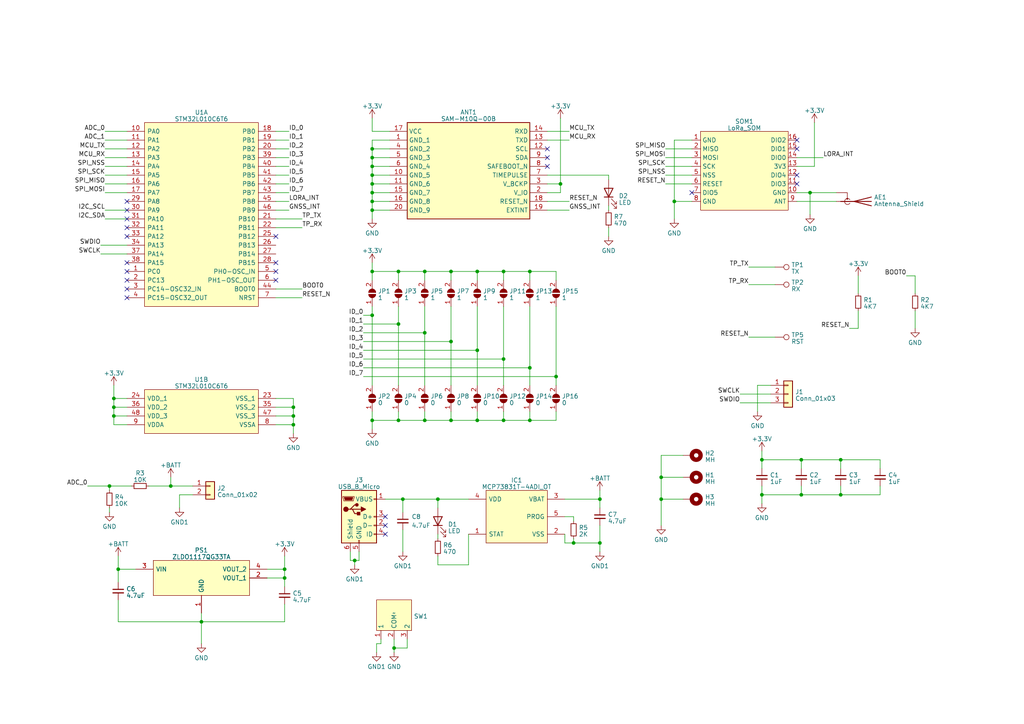
<source format=kicad_sch>
(kicad_sch (version 20230121) (generator eeschema)
  (paper "A4")
  (lib_symbols
    (symbol "Connector:TestPoint" (pin_numbers hide) (pin_names (offset 0.762) hide)
      (property "Reference" "TP" (at 0 6.858 0))
      (property "Value" "TestPoint" (at 0 5.08 0))
      (symbol "TestPoint_1_1"
        (pin passive line (at 0 0 90) (length 2.54) (name "1") (number "1"))
      )
    )
    (symbol "Connector:USB_B_Micro" (pin_names (offset 1.016))
      (property "Reference" "J" (at -5.08 11.43 0))
      (property "Value" "USB_B_Micro" (at -5.08 8.89 0))
      (symbol "USB_B_Micro_1_1"
        (pin power_out line (at 7.62 5.08 180) (length 2.54) (name "VBUS") (number "1"))
        (pin bidirectional line (at 7.62 -2.54 180) (length 2.54) (name "D-") (number "2"))
        (pin bidirectional line (at 7.62 0 180) (length 2.54) (name "D+") (number "3"))
        (pin passive line (at 7.62 -5.08 180) (length 2.54) (name "ID") (number "4"))
        (pin power_out line (at 0 -10.16 90) (length 2.54) (name "GND") (number "5"))
        (pin passive line (at -2.54 -10.16 90) (length 2.54) (name "Shield") (number "6"))
      )
    )
    (symbol "Connector_Generic:Conn_01x02" (pin_names (offset 1.016) hide)
      (property "Reference" "J" (at 0 2.54 0))
      (property "Value" "Conn_01x02" (at 0 -5.08 0))
      (symbol "Conn_01x02_1_1"
        (pin passive line (at -5.08 0 0) (length 3.81) (name "Pin_1") (number "1"))
        (pin passive line (at -5.08 -2.54 0) (length 3.81) (name "Pin_2") (number "2"))
      )
    )
    (symbol "Connector_Generic:Conn_01x03" (pin_names (offset 1.016) hide)
      (property "Reference" "J" (at 0 5.08 0))
      (property "Value" "Conn_01x03" (at 0 -5.08 0))
      (symbol "Conn_01x03_1_1"
        (pin passive line (at -5.08 2.54 0) (length 3.81) (name "Pin_1") (number "1"))
        (pin passive line (at -5.08 0 0) (length 3.81) (name "Pin_2") (number "2"))
        (pin passive line (at -5.08 -2.54 0) (length 3.81) (name "Pin_3") (number "3"))
      )
    )
    (symbol "Device:Antenna_Shield" (pin_numbers hide) (pin_names (offset 1.016) hide)
      (property "Reference" "AE" (at -1.905 4.445 0))
      (property "Value" "Antenna_Shield" (at -1.905 2.54 0))
      (symbol "Antenna_Shield_1_1"
        (pin input line (at 0 -5.08 90) (length 2.54) (name "A") (number "1"))
        (pin input line (at 2.54 -5.08 90) (length 2.54) (name "Shield") (number "2"))
      )
    )
    (symbol "Device:C_Small" (pin_numbers hide) (pin_names (offset 0.254) hide)
      (property "Reference" "C" (at 0.254 1.778 0))
      (property "Value" "C_Small" (at 0.254 -2.032 0))
      (symbol "C_Small_1_1"
        (pin passive line (at 0 2.54 270) (length 2.032) (name "~") (number "1"))
        (pin passive line (at 0 -2.54 90) (length 2.032) (name "~") (number "2"))
      )
    )
    (symbol "Device:LED" (pin_numbers hide) (pin_names (offset 1.016) hide)
      (property "Reference" "D" (at 0 2.54 0))
      (property "Value" "LED" (at 0 -2.54 0))
      (symbol "LED_1_1"
        (pin passive line (at -3.81 0 0) (length 2.54) (name "K") (number "1"))
        (pin passive line (at 3.81 0 180) (length 2.54) (name "A") (number "2"))
      )
    )
    (symbol "Device:R_Small" (pin_numbers hide) (pin_names (offset 0.254) hide)
      (property "Reference" "R" (at 0.762 0.508 0))
      (property "Value" "R_Small" (at 0.762 -1.016 0))
      (symbol "R_Small_1_1"
        (pin passive line (at 0 2.54 270) (length 0.762) (name "~") (number "1"))
        (pin passive line (at 0 -2.54 90) (length 0.762) (name "~") (number "2"))
      )
    )
    (symbol "Jumper:SolderJumper_2_Open" (pin_names (offset 0) hide)
      (property "Reference" "JP" (at 0 2.032 0))
      (property "Value" "SolderJumper_2_Open" (at 0 -2.54 0))
      (symbol "SolderJumper_2_Open_1_1"
        (pin passive line (at -3.81 0 0) (length 2.54) (name "A") (number "1"))
        (pin passive line (at 3.81 0 180) (length 2.54) (name "B") (number "2"))
      )
    )
    (symbol "Mechanical:MountingHole_Pad" (pin_numbers hide) (pin_names (offset 1.016) hide)
      (property "Reference" "H" (at 0 6.35 0))
      (property "Value" "MountingHole_Pad" (at 0 4.445 0))
      (symbol "MountingHole_Pad_1_1"
        (pin input line (at 0 -2.54 90) (length 2.54) (name "1") (number "1"))
      )
    )
    (symbol "library:LoRa_SOM"
      (property "Reference" "SOM" (at 0 3.81 0))
      (property "Value" "LoRa_SOM" (at 0 1.27 0))
      (symbol "LoRa_SOM_1_1"
        (pin passive line (at -15.24 -2.54 0) (length 2.54) (name "GND") (number "1"))
        (pin passive line (at 15.24 -17.78 180) (length 2.54) (name "GND") (number "10"))
        (pin passive line (at 15.24 -15.24 180) (length 2.54) (name "DIO3") (number "11"))
        (pin passive line (at 15.24 -12.7 180) (length 2.54) (name "DIO4") (number "12"))
        (pin passive line (at 15.24 -10.16 180) (length 2.54) (name "3V3") (number "13"))
        (pin passive line (at 15.24 -7.62 180) (length 2.54) (name "DIO0") (number "14"))
        (pin passive line (at 15.24 -5.08 180) (length 2.54) (name "DIO1") (number "15"))
        (pin passive line (at 15.24 -2.54 180) (length 2.54) (name "DIO2") (number "16"))
        (pin passive line (at -15.24 -5.08 0) (length 2.54) (name "MISO") (number "2"))
        (pin passive line (at -15.24 -7.62 0) (length 2.54) (name "MOSI") (number "3"))
        (pin passive line (at -15.24 -10.16 0) (length 2.54) (name "SCK") (number "4"))
        (pin passive line (at -15.24 -12.7 0) (length 2.54) (name "NSS") (number "5"))
        (pin passive line (at -15.24 -15.24 0) (length 2.54) (name "RESET") (number "6"))
        (pin passive line (at -15.24 -17.78 0) (length 2.54) (name "DIO5") (number "7"))
        (pin passive line (at -15.24 -20.32 0) (length 2.54) (name "GND") (number "8"))
        (pin passive line (at 15.24 -20.32 180) (length 2.54) (name "ANT") (number "9"))
      )
    )
    (symbol "library:MCP73831T-4ADI_OT" (pin_names (offset 0.762))
      (property "Reference" "IC" (at 24.13 7.62 0))
      (property "Value" "MCP73831T-4ADI_OT" (at 24.13 5.08 0))
      (symbol "MCP73831T-4ADI_OT_0_0"
        (pin passive line (at 0 -10.16 0) (length 5.08) (name "STAT") (number "1"))
        (pin passive line (at 27.94 -10.16 180) (length 5.08) (name "VSS") (number "2"))
        (pin passive line (at 27.94 0 180) (length 5.08) (name "VBAT") (number "3"))
        (pin passive line (at 0 0 0) (length 5.08) (name "VDD") (number "4"))
        (pin passive line (at 27.94 -5.08 180) (length 5.08) (name "PROG") (number "5"))
      )
    )
    (symbol "library:SAM-M10Q-00B"
      (property "Reference" "ANT" (at 0 11.43 0))
      (property "Value" "SAM-M10Q-00B" (at 0 8.89 0))
      (symbol "SAM-M10Q-00B_1_1"
        (pin passive line (at -22.86 -1.27 0) (length 5.08) (name "GND_1") (number "1"))
        (pin passive line (at -22.86 -11.43 0) (length 5.08) (name "GND_5") (number "10"))
        (pin passive line (at -22.86 -13.97 0) (length 5.08) (name "GND_6") (number "11"))
        (pin passive line (at 22.86 -3.81 180) (length 5.08) (name "SCL") (number "12"))
        (pin passive line (at 22.86 -1.27 180) (length 5.08) (name "TXD") (number "13"))
        (pin passive line (at 22.86 1.27 180) (length 5.08) (name "RXD") (number "14"))
        (pin passive line (at -22.86 -16.51 0) (length 5.08) (name "GND_7") (number "15"))
        (pin passive line (at -22.86 -19.05 0) (length 5.08) (name "GND_8") (number "16"))
        (pin passive line (at -22.86 1.27 0) (length 5.08) (name "VCC") (number "17"))
        (pin passive line (at 22.86 -19.05 180) (length 5.08) (name "RESET_N") (number "18"))
        (pin passive line (at 22.86 -21.59 180) (length 5.08) (name "EXTINT") (number "19"))
        (pin passive line (at 22.86 -16.51 180) (length 5.08) (name "V_IO") (number "2"))
        (pin passive line (at -22.86 -21.59 0) (length 5.08) (name "GND_9") (number "20"))
        (pin passive line (at 22.86 -13.97 180) (length 5.08) (name "V_BCKP") (number "3"))
        (pin passive line (at -22.86 -3.81 0) (length 5.08) (name "GND_2") (number "4"))
        (pin passive line (at -22.86 -6.35 0) (length 5.08) (name "GND_3") (number "5"))
        (pin passive line (at -22.86 -8.89 0) (length 5.08) (name "GND_4") (number "6"))
        (pin passive line (at 22.86 -11.43 180) (length 5.08) (name "TIMEPULSE") (number "7"))
        (pin passive line (at 22.86 -8.89 180) (length 5.08) (name "SAFEBOOT_N") (number "8"))
        (pin passive line (at 22.86 -6.35 180) (length 5.08) (name "SDA") (number "9"))
      )
    )
    (symbol "library:STM32L010C6T6" (pin_names (offset 0.762))
      (property "Reference" "U" (at -17.78 -1.27 0))
      (property "Value" "STM32L010C6T6" (at 15.24 -1.27 0))
      (symbol "STM32L010C6T6_1_0"
        (pin passive line (at -22.86 -45.72 0) (length 5.08) (name "PC0") (number "1"))
        (pin passive line (at -22.86 -5.08 0) (length 5.08) (name "PA0") (number "10"))
        (pin passive line (at -22.86 -7.62 0) (length 5.08) (name "PA1") (number "11"))
        (pin passive line (at -22.86 -10.16 0) (length 5.08) (name "PA2") (number "12"))
        (pin passive line (at -22.86 -12.7 0) (length 5.08) (name "PA3") (number "13"))
        (pin passive line (at -22.86 -15.24 0) (length 5.08) (name "PA4") (number "14"))
        (pin passive line (at -22.86 -17.78 0) (length 5.08) (name "PA5") (number "15"))
        (pin passive line (at -22.86 -20.32 0) (length 5.08) (name "PA6") (number "16"))
        (pin passive line (at -22.86 -22.86 0) (length 5.08) (name "PA7") (number "17"))
        (pin passive line (at 20.32 -5.08 180) (length 5.08) (name "PB0") (number "18"))
        (pin passive line (at 20.32 -7.62 180) (length 5.08) (name "PB1") (number "19"))
        (pin passive line (at -22.86 -48.26 0) (length 5.08) (name "PC13") (number "2"))
        (pin passive line (at 20.32 -10.16 180) (length 5.08) (name "PB2") (number "20"))
        (pin passive line (at 20.32 -30.48 180) (length 5.08) (name "PB10") (number "21"))
        (pin passive line (at 20.32 -33.02 180) (length 5.08) (name "PB11") (number "22"))
        (pin passive line (at 20.32 -35.56 180) (length 5.08) (name "PB12") (number "25"))
        (pin passive line (at 20.32 -38.1 180) (length 5.08) (name "PB13") (number "26"))
        (pin passive line (at 20.32 -40.64 180) (length 5.08) (name "PB14") (number "27"))
        (pin passive line (at 20.32 -43.18 180) (length 5.08) (name "PB15") (number "28"))
        (pin passive line (at -22.86 -25.4 0) (length 5.08) (name "PA8") (number "29"))
        (pin passive line (at -22.86 -50.8 0) (length 5.08) (name "PC14-OSC32_IN") (number "3"))
        (pin passive line (at -22.86 -27.94 0) (length 5.08) (name "PA9") (number "30"))
        (pin passive line (at -22.86 -30.48 0) (length 5.08) (name "PA10") (number "31"))
        (pin passive line (at -22.86 -33.02 0) (length 5.08) (name "PA11") (number "32"))
        (pin passive line (at -22.86 -35.56 0) (length 5.08) (name "PA12") (number "33"))
        (pin passive line (at -22.86 -38.1 0) (length 5.08) (name "PA13") (number "34"))
        (pin passive line (at -22.86 -40.64 0) (length 5.08) (name "PA14") (number "37"))
        (pin passive line (at -22.86 -43.18 0) (length 5.08) (name "PA15") (number "38"))
        (pin passive line (at 20.32 -12.7 180) (length 5.08) (name "PB3") (number "39"))
        (pin passive line (at -22.86 -53.34 0) (length 5.08) (name "PC15-OSC32_OUT") (number "4"))
        (pin passive line (at 20.32 -15.24 180) (length 5.08) (name "PB4") (number "40"))
        (pin passive line (at 20.32 -17.78 180) (length 5.08) (name "PB5") (number "41"))
        (pin passive line (at 20.32 -20.32 180) (length 5.08) (name "PB6") (number "42"))
        (pin passive line (at 20.32 -22.86 180) (length 5.08) (name "PB7") (number "43"))
        (pin passive line (at 20.32 -50.8 180) (length 5.08) (name "BOOT0") (number "44"))
        (pin passive line (at 20.32 -25.4 180) (length 5.08) (name "PB8") (number "45"))
        (pin passive line (at 20.32 -27.94 180) (length 5.08) (name "PB9") (number "46"))
        (pin passive line (at 20.32 -45.72 180) (length 5.08) (name "PH0-OSC_IN") (number "5"))
        (pin passive line (at 20.32 -48.26 180) (length 5.08) (name "PH1-OSC_OUT") (number "6"))
        (pin passive line (at 20.32 -53.34 180) (length 5.08) (name "NRST") (number "7"))
      )
      (symbol "STM32L010C6T6_2_0"
        (pin passive line (at 20.32 -5.08 180) (length 5.08) (name "VSS_1") (number "23"))
        (pin passive line (at -22.86 -5.08 0) (length 5.08) (name "VDD_1") (number "24"))
        (pin passive line (at 20.32 -7.62 180) (length 5.08) (name "VSS_2") (number "35"))
        (pin passive line (at -22.86 -7.62 0) (length 5.08) (name "VDD_2") (number "36"))
        (pin passive line (at 20.32 -10.16 180) (length 5.08) (name "VSS_3") (number "47"))
        (pin passive line (at -22.86 -10.16 0) (length 5.08) (name "VDD_3") (number "48"))
        (pin passive line (at 20.32 -12.7 180) (length 5.08) (name "VSSA") (number "8"))
        (pin passive line (at -22.86 -12.7 0) (length 5.08) (name "VDDA") (number "9"))
      )
    )
    (symbol "library:ZLDO1117QG33TA" (pin_names (offset 0.762))
      (property "Reference" "PS" (at 34.29 7.62 0))
      (property "Value" "ZLDO1117QG33TA" (at 34.29 5.08 0))
      (symbol "ZLDO1117QG33TA_0_0"
        (pin passive line (at 19.05 -12.7 90) (length 5.08) (name "GND") (number "1"))
        (pin passive line (at 38.1 -2.54 180) (length 5.08) (name "VOUT_1") (number "2"))
        (pin passive line (at 0 0 0) (length 5.08) (name "VIN") (number "3"))
        (pin passive line (at 38.1 0 180) (length 5.08) (name "VOUT_2") (number "4"))
      )
    )
    (symbol "library:switch"
      (property "Reference" "SW" (at 0 1.27 0))
      (symbol "switch_1_1"
        (pin input line (at -3.81 -11.43 90) (length 2.54) (name "1") (number "1"))
        (pin input line (at 0 -11.43 90) (length 2.54) (name "COM") (number "2"))
        (pin input line (at 3.81 -11.43 90) (length 2.54) (name "2") (number "3"))
      )
    )
    (symbol "power:+3.3V" (power) (pin_names (offset 0))
      (property "Value" "+3.3V" (at 0 3.556 0))
      (symbol "+3.3V_1_1"
        (pin power_in line (at 0 0 90) (length 0) hide (name "+3.3V") (number "1"))
      )
    )
    (symbol "power:+BATT" (power) (pin_names (offset 0))
      (property "Value" "+BATT" (at 0 3.556 0))
      (symbol "+BATT_1_1"
        (pin power_in line (at 0 0 90) (length 0) hide (name "+BATT") (number "1"))
      )
    )
    (symbol "power:GND" (power) (pin_names (offset 0))
      (property "Value" "GND" (at 0 -3.81 0))
      (symbol "GND_1_1"
        (pin power_in line (at 0 0 270) (length 0) hide (name "GND") (number "1"))
      )
    )
    (symbol "power:GND1" (power) (pin_names (offset 0))
      (property "Value" "GND1" (at 0 -3.81 0))
      (symbol "GND1_1_1"
        (pin power_in line (at 0 0 270) (length 0) hide (name "GND1") (number "1"))
      )
    )
  )
  (junction (at 130.81 99.06))
  (junction (at 130.81 78.74))
  (junction (at 107.95 91.44))
  (junction (at 58.42 180.34))
  (junction (at 173.99 144.78))
  (junction (at 123.19 96.52))
  (junction (at 107.95 48.26))
  (junction (at 82.55 165.1))
  (junction (at 33.02 120.65))
  (junction (at 82.55 167.64))
  (junction (at 31.75 140.97))
  (junction (at 107.95 53.34))
  (junction (at 138.43 121.92))
  (junction (at 107.95 121.92))
  (junction (at 243.84 143.51))
  (junction (at 130.81 121.92))
  (junction (at 153.67 78.74))
  (junction (at 232.41 143.51))
  (junction (at 107.95 50.8))
  (junction (at 195.58 58.42))
  (junction (at 153.67 106.68))
  (junction (at 173.99 157.48))
  (junction (at 107.95 43.18))
  (junction (at 220.98 143.51))
  (junction (at 243.84 133.35))
  (junction (at 146.05 104.14))
  (junction (at 161.29 109.22))
  (junction (at 85.09 123.19))
  (junction (at 191.77 144.78))
  (junction (at 114.3 187.96))
  (junction (at 115.57 78.74))
  (junction (at 34.29 165.1))
  (junction (at 191.77 138.43))
  (junction (at 107.95 60.96))
  (junction (at 232.41 133.35))
  (junction (at 162.56 53.34))
  (junction (at 220.98 133.35))
  (junction (at 107.95 78.74))
  (junction (at 85.09 120.65))
  (junction (at 123.19 78.74))
  (junction (at 107.95 55.88))
  (junction (at 146.05 78.74))
  (junction (at 138.43 78.74))
  (junction (at 107.95 58.42))
  (junction (at 115.57 121.92))
  (junction (at 234.95 55.88))
  (junction (at 153.67 121.92))
  (junction (at 146.05 121.92))
  (junction (at 115.57 93.98))
  (junction (at 107.95 45.72))
  (junction (at 127 144.78))
  (junction (at 49.53 140.97))
  (junction (at 102.87 162.56))
  (junction (at 123.19 121.92))
  (junction (at 166.37 157.48))
  (junction (at 33.02 115.57))
  (junction (at 138.43 101.6))
  (junction (at 116.84 144.78))
  (junction (at 33.02 118.11))
  (junction (at 85.09 118.11))
  (no_connect (at 36.83 86.36))
  (no_connect (at 36.83 63.5))
  (no_connect (at 36.83 78.74))
  (no_connect (at 231.14 53.34))
  (no_connect (at 111.76 152.4))
  (no_connect (at 158.75 45.72))
  (no_connect (at 111.76 154.94))
  (no_connect (at 231.14 43.18))
  (no_connect (at 36.83 83.82))
  (no_connect (at 111.76 149.86))
  (no_connect (at 36.83 66.04))
  (no_connect (at 158.75 48.26))
  (no_connect (at 36.83 81.28))
  (no_connect (at 158.75 43.18))
  (no_connect (at 231.14 40.64))
  (no_connect (at 231.14 50.8))
  (no_connect (at 80.01 78.74))
  (no_connect (at 36.83 58.42))
  (no_connect (at 80.01 76.2))
  (no_connect (at 36.83 76.2))
  (no_connect (at 80.01 68.58))
  (no_connect (at 80.01 81.28))
  (no_connect (at 200.66 55.88))
  (no_connect (at 36.83 60.96))
  (no_connect (at 36.83 68.58))
  (wire (pts (xy 105.41 91.44) (xy 107.95 91.44)))
  (wire (pts (xy 220.98 130.81) (xy 220.98 133.35)))
  (wire (pts (xy 34.29 173.99) (xy 34.29 180.34)))
  (wire (pts (xy 176.53 66.04) (xy 176.53 68.58)))
  (wire (pts (xy 214.63 114.3) (xy 223.52 114.3)))
  (wire (pts (xy 107.95 78.74) (xy 115.57 78.74)))
  (wire (pts (xy 30.48 38.1) (xy 36.83 38.1)))
  (wire (pts (xy 231.14 55.88) (xy 234.95 55.88)))
  (wire (pts (xy 58.42 180.34) (xy 82.55 180.34)))
  (wire (pts (xy 80.01 45.72) (xy 83.82 45.72)))
  (wire (pts (xy 80.01 55.88) (xy 83.82 55.88)))
  (wire (pts (xy 161.29 78.74) (xy 161.29 81.28)))
  (wire (pts (xy 38.1 140.97) (xy 31.75 140.97)))
  (wire (pts (xy 220.98 146.05) (xy 220.98 143.51)))
  (wire (pts (xy 49.53 140.97) (xy 55.88 140.97)))
  (wire (pts (xy 176.53 50.8) (xy 176.53 52.07)))
  (wire (pts (xy 162.56 55.88) (xy 158.75 55.88)))
  (wire (pts (xy 191.77 138.43) (xy 198.12 138.43)))
  (wire (pts (xy 173.99 144.78) (xy 163.83 144.78)))
  (wire (pts (xy 80.01 40.64) (xy 83.82 40.64)))
  (wire (pts (xy 236.22 35.56) (xy 236.22 48.26)))
  (wire (pts (xy 105.41 93.98) (xy 115.57 93.98)))
  (wire (pts (xy 58.42 177.8) (xy 58.42 180.34)))
  (wire (pts (xy 193.04 45.72) (xy 200.66 45.72)))
  (wire (pts (xy 33.02 115.57) (xy 36.83 115.57)))
  (wire (pts (xy 107.95 58.42) (xy 113.03 58.42)))
  (wire (pts (xy 107.95 91.44) (xy 107.95 111.76)))
  (wire (pts (xy 80.01 63.5) (xy 87.63 63.5)))
  (wire (pts (xy 77.47 167.64) (xy 82.55 167.64)))
  (wire (pts (xy 107.95 53.34) (xy 113.03 53.34)))
  (wire (pts (xy 243.84 140.97) (xy 243.84 143.51)))
  (wire (pts (xy 107.95 124.46) (xy 107.95 121.92)))
  (wire (pts (xy 158.75 53.34) (xy 162.56 53.34)))
  (wire (pts (xy 107.95 88.9) (xy 107.95 91.44)))
  (wire (pts (xy 193.04 43.18) (xy 200.66 43.18)))
  (wire (pts (xy 127 147.32) (xy 127 144.78)))
  (wire (pts (xy 107.95 55.88) (xy 107.95 58.42)))
  (wire (pts (xy 80.01 86.36) (xy 87.63 86.36)))
  (wire (pts (xy 30.48 43.18) (xy 36.83 43.18)))
  (wire (pts (xy 127 161.29) (xy 127 163.83)))
  (wire (pts (xy 36.83 123.19) (xy 33.02 123.19)))
  (wire (pts (xy 80.01 58.42) (xy 83.82 58.42)))
  (wire (pts (xy 243.84 133.35) (xy 255.27 133.35)))
  (wire (pts (xy 30.48 53.34) (xy 36.83 53.34)))
  (wire (pts (xy 30.48 45.72) (xy 36.83 45.72)))
  (wire (pts (xy 153.67 121.92) (xy 153.67 119.38)))
  (wire (pts (xy 163.83 157.48) (xy 163.83 154.94)))
  (wire (pts (xy 130.81 99.06) (xy 130.81 111.76)))
  (wire (pts (xy 173.99 160.02) (xy 173.99 157.48)))
  (wire (pts (xy 116.84 153.67) (xy 116.84 160.02)))
  (wire (pts (xy 105.41 99.06) (xy 130.81 99.06)))
  (wire (pts (xy 130.81 119.38) (xy 130.81 121.92)))
  (wire (pts (xy 107.95 48.26) (xy 107.95 50.8)))
  (wire (pts (xy 107.95 58.42) (xy 107.95 60.96)))
  (wire (pts (xy 123.19 121.92) (xy 115.57 121.92)))
  (wire (pts (xy 102.87 162.56) (xy 102.87 163.83)))
  (wire (pts (xy 36.83 118.11) (xy 33.02 118.11)))
  (wire (pts (xy 193.04 53.34) (xy 200.66 53.34)))
  (wire (pts (xy 232.41 133.35) (xy 243.84 133.35)))
  (wire (pts (xy 163.83 149.86) (xy 166.37 149.86)))
  (wire (pts (xy 115.57 121.92) (xy 115.57 119.38)))
  (wire (pts (xy 161.29 121.92) (xy 161.29 119.38)))
  (wire (pts (xy 80.01 48.26) (xy 83.82 48.26)))
  (wire (pts (xy 105.41 106.68) (xy 153.67 106.68)))
  (wire (pts (xy 193.04 50.8) (xy 200.66 50.8)))
  (wire (pts (xy 146.05 104.14) (xy 146.05 111.76)))
  (wire (pts (xy 107.95 43.18) (xy 107.95 45.72)))
  (wire (pts (xy 153.67 78.74) (xy 161.29 78.74)))
  (wire (pts (xy 158.75 60.96) (xy 165.1 60.96)))
  (wire (pts (xy 255.27 143.51) (xy 255.27 140.97)))
  (wire (pts (xy 33.02 123.19) (xy 33.02 120.65)))
  (wire (pts (xy 107.95 45.72) (xy 107.95 48.26)))
  (wire (pts (xy 115.57 93.98) (xy 115.57 111.76)))
  (wire (pts (xy 248.92 85.09) (xy 248.92 80.01)))
  (wire (pts (xy 193.04 48.26) (xy 200.66 48.26)))
  (wire (pts (xy 85.09 115.57) (xy 80.01 115.57)))
  (wire (pts (xy 176.53 59.69) (xy 176.53 60.96)))
  (wire (pts (xy 85.09 123.19) (xy 85.09 120.65)))
  (wire (pts (xy 30.48 50.8) (xy 36.83 50.8)))
  (wire (pts (xy 158.75 40.64) (xy 165.1 40.64)))
  (wire (pts (xy 82.55 167.64) (xy 82.55 170.18)))
  (wire (pts (xy 265.43 85.09) (xy 265.43 80.01)))
  (wire (pts (xy 52.07 147.32) (xy 52.07 143.51)))
  (wire (pts (xy 246.38 95.25) (xy 248.92 95.25)))
  (wire (pts (xy 127 144.78) (xy 135.89 144.78)))
  (wire (pts (xy 135.89 154.94) (xy 135.89 163.83)))
  (wire (pts (xy 146.05 104.14) (xy 146.05 88.9)))
  (wire (pts (xy 219.71 111.76) (xy 223.52 111.76)))
  (wire (pts (xy 109.22 186.69) (xy 110.49 186.69)))
  (wire (pts (xy 130.81 99.06) (xy 130.81 88.9)))
  (wire (pts (xy 36.83 120.65) (xy 33.02 120.65)))
  (wire (pts (xy 191.77 144.78) (xy 191.77 138.43)))
  (wire (pts (xy 138.43 101.6) (xy 138.43 111.76)))
  (wire (pts (xy 162.56 34.29) (xy 162.56 53.34)))
  (wire (pts (xy 111.76 144.78) (xy 116.84 144.78)))
  (wire (pts (xy 195.58 40.64) (xy 195.58 58.42)))
  (wire (pts (xy 36.83 63.5) (xy 30.48 63.5)))
  (wire (pts (xy 234.95 55.88) (xy 242.57 55.88)))
  (wire (pts (xy 153.67 121.92) (xy 161.29 121.92)))
  (wire (pts (xy 80.01 38.1) (xy 83.82 38.1)))
  (wire (pts (xy 243.84 143.51) (xy 255.27 143.51)))
  (wire (pts (xy 31.75 147.32) (xy 31.75 148.59)))
  (wire (pts (xy 158.75 38.1) (xy 165.1 38.1)))
  (wire (pts (xy 107.95 40.64) (xy 113.03 40.64)))
  (wire (pts (xy 161.29 109.22) (xy 161.29 111.76)))
  (wire (pts (xy 200.66 40.64) (xy 195.58 40.64)))
  (wire (pts (xy 101.6 160.02) (xy 101.6 162.56)))
  (wire (pts (xy 30.48 48.26) (xy 36.83 48.26)))
  (wire (pts (xy 166.37 157.48) (xy 163.83 157.48)))
  (wire (pts (xy 107.95 121.92) (xy 107.95 119.38)))
  (wire (pts (xy 219.71 111.76) (xy 219.71 119.38)))
  (wire (pts (xy 34.29 161.29) (xy 34.29 165.1)))
  (wire (pts (xy 231.14 58.42) (xy 242.57 58.42)))
  (wire (pts (xy 232.41 133.35) (xy 232.41 135.89)))
  (wire (pts (xy 255.27 133.35) (xy 255.27 135.89)))
  (wire (pts (xy 36.83 71.12) (xy 29.21 71.12)))
  (wire (pts (xy 107.95 40.64) (xy 107.95 43.18)))
  (wire (pts (xy 105.41 96.52) (xy 123.19 96.52)))
  (wire (pts (xy 80.01 50.8) (xy 83.82 50.8)))
  (wire (pts (xy 173.99 142.24) (xy 173.99 144.78)))
  (wire (pts (xy 109.22 186.69) (xy 109.22 189.23)))
  (wire (pts (xy 107.95 50.8) (xy 113.03 50.8)))
  (wire (pts (xy 123.19 121.92) (xy 130.81 121.92)))
  (wire (pts (xy 107.95 78.74) (xy 107.95 81.28)))
  (wire (pts (xy 107.95 34.29) (xy 107.95 38.1)))
  (wire (pts (xy 224.79 77.47) (xy 217.17 77.47)))
  (wire (pts (xy 110.49 186.69) (xy 110.49 185.42)))
  (wire (pts (xy 127 144.78) (xy 116.84 144.78)))
  (wire (pts (xy 107.95 55.88) (xy 113.03 55.88)))
  (wire (pts (xy 123.19 78.74) (xy 115.57 78.74)))
  (wire (pts (xy 30.48 40.64) (xy 36.83 40.64)))
  (wire (pts (xy 127 163.83) (xy 135.89 163.83)))
  (wire (pts (xy 123.19 96.52) (xy 123.19 111.76)))
  (wire (pts (xy 191.77 138.43) (xy 191.77 132.08)))
  (wire (pts (xy 105.41 104.14) (xy 146.05 104.14)))
  (wire (pts (xy 146.05 78.74) (xy 153.67 78.74)))
  (wire (pts (xy 107.95 43.18) (xy 113.03 43.18)))
  (wire (pts (xy 80.01 118.11) (xy 85.09 118.11)))
  (wire (pts (xy 34.29 165.1) (xy 34.29 168.91)))
  (wire (pts (xy 107.95 48.26) (xy 113.03 48.26)))
  (wire (pts (xy 130.81 121.92) (xy 138.43 121.92)))
  (wire (pts (xy 104.14 162.56) (xy 104.14 160.02)))
  (wire (pts (xy 220.98 133.35) (xy 232.41 133.35)))
  (wire (pts (xy 33.02 120.65) (xy 33.02 118.11)))
  (wire (pts (xy 25.4 140.97) (xy 31.75 140.97)))
  (wire (pts (xy 217.17 97.79) (xy 224.79 97.79)))
  (wire (pts (xy 146.05 121.92) (xy 153.67 121.92)))
  (wire (pts (xy 118.11 187.96) (xy 118.11 185.42)))
  (wire (pts (xy 80.01 43.18) (xy 83.82 43.18)))
  (wire (pts (xy 107.95 60.96) (xy 107.95 63.5)))
  (wire (pts (xy 107.95 45.72) (xy 113.03 45.72)))
  (wire (pts (xy 102.87 162.56) (xy 104.14 162.56)))
  (wire (pts (xy 115.57 93.98) (xy 115.57 88.9)))
  (wire (pts (xy 130.81 81.28) (xy 130.81 78.74)))
  (wire (pts (xy 153.67 88.9) (xy 153.67 106.68)))
  (wire (pts (xy 107.95 60.96) (xy 113.03 60.96)))
  (wire (pts (xy 80.01 83.82) (xy 87.63 83.82)))
  (wire (pts (xy 34.29 165.1) (xy 39.37 165.1)))
  (wire (pts (xy 146.05 121.92) (xy 146.05 119.38)))
  (wire (pts (xy 153.67 106.68) (xy 153.67 111.76)))
  (wire (pts (xy 58.42 180.34) (xy 58.42 186.69)))
  (wire (pts (xy 234.95 55.88) (xy 234.95 62.23)))
  (wire (pts (xy 262.89 80.01) (xy 265.43 80.01)))
  (wire (pts (xy 138.43 101.6) (xy 138.43 88.9)))
  (wire (pts (xy 161.29 109.22) (xy 161.29 88.9)))
  (wire (pts (xy 114.3 187.96) (xy 118.11 187.96)))
  (wire (pts (xy 36.83 60.96) (xy 30.48 60.96)))
  (wire (pts (xy 173.99 147.32) (xy 173.99 144.78)))
  (wire (pts (xy 220.98 140.97) (xy 220.98 143.51)))
  (wire (pts (xy 173.99 157.48) (xy 166.37 157.48)))
  (wire (pts (xy 191.77 144.78) (xy 191.77 152.4)))
  (wire (pts (xy 80.01 53.34) (xy 83.82 53.34)))
  (wire (pts (xy 158.75 50.8) (xy 176.53 50.8)))
  (wire (pts (xy 107.95 50.8) (xy 107.95 53.34)))
  (wire (pts (xy 52.07 143.51) (xy 55.88 143.51)))
  (wire (pts (xy 127 154.94) (xy 127 156.21)))
  (wire (pts (xy 162.56 53.34) (xy 162.56 55.88)))
  (wire (pts (xy 36.83 73.66) (xy 29.21 73.66)))
  (wire (pts (xy 166.37 157.48) (xy 166.37 156.21)))
  (wire (pts (xy 166.37 149.86) (xy 166.37 151.13)))
  (wire (pts (xy 265.43 95.25) (xy 265.43 90.17)))
  (wire (pts (xy 123.19 88.9) (xy 123.19 96.52)))
  (wire (pts (xy 220.98 133.35) (xy 220.98 135.89)))
  (wire (pts (xy 82.55 167.64) (xy 82.55 165.1)))
  (wire (pts (xy 105.41 109.22) (xy 161.29 109.22)))
  (wire (pts (xy 85.09 125.73) (xy 85.09 123.19)))
  (wire (pts (xy 107.95 53.34) (xy 107.95 55.88)))
  (wire (pts (xy 138.43 121.92) (xy 138.43 119.38)))
  (wire (pts (xy 82.55 165.1) (xy 77.47 165.1)))
  (wire (pts (xy 107.95 38.1) (xy 113.03 38.1)))
  (wire (pts (xy 107.95 121.92) (xy 115.57 121.92)))
  (wire (pts (xy 138.43 121.92) (xy 146.05 121.92)))
  (wire (pts (xy 107.95 76.2) (xy 107.95 78.74)))
  (wire (pts (xy 195.58 58.42) (xy 200.66 58.42)))
  (wire (pts (xy 232.41 140.97) (xy 232.41 143.51)))
  (wire (pts (xy 191.77 144.78) (xy 198.12 144.78)))
  (wire (pts (xy 130.81 78.74) (xy 138.43 78.74)))
  (wire (pts (xy 80.01 60.96) (xy 83.82 60.96)))
  (wire (pts (xy 34.29 180.34) (xy 58.42 180.34)))
  (wire (pts (xy 80.01 66.04) (xy 87.63 66.04)))
  (wire (pts (xy 85.09 118.11) (xy 85.09 115.57)))
  (wire (pts (xy 82.55 175.26) (xy 82.55 180.34)))
  (wire (pts (xy 82.55 161.29) (xy 82.55 165.1)))
  (wire (pts (xy 123.19 119.38) (xy 123.19 121.92)))
  (wire (pts (xy 116.84 144.78) (xy 116.84 148.59)))
  (wire (pts (xy 146.05 78.74) (xy 146.05 81.28)))
  (wire (pts (xy 114.3 187.96) (xy 114.3 189.23)))
  (wire (pts (xy 224.79 82.55) (xy 217.17 82.55)))
  (wire (pts (xy 173.99 152.4) (xy 173.99 157.48)))
  (wire (pts (xy 80.01 120.65) (xy 85.09 120.65)))
  (wire (pts (xy 33.02 111.76) (xy 33.02 115.57)))
  (wire (pts (xy 33.02 118.11) (xy 33.02 115.57)))
  (wire (pts (xy 105.41 101.6) (xy 138.43 101.6)))
  (wire (pts (xy 195.58 63.5) (xy 195.58 58.42)))
  (wire (pts (xy 80.01 123.19) (xy 85.09 123.19)))
  (wire (pts (xy 191.77 132.08) (xy 198.12 132.08)))
  (wire (pts (xy 236.22 48.26) (xy 231.14 48.26)))
  (wire (pts (xy 231.14 45.72) (xy 238.76 45.72)))
  (wire (pts (xy 123.19 81.28) (xy 123.19 78.74)))
  (wire (pts (xy 43.18 140.97) (xy 49.53 140.97)))
  (wire (pts (xy 138.43 78.74) (xy 138.43 81.28)))
  (wire (pts (xy 123.19 78.74) (xy 130.81 78.74)))
  (wire (pts (xy 232.41 143.51) (xy 243.84 143.51)))
  (wire (pts (xy 214.63 116.84) (xy 223.52 116.84)))
  (wire (pts (xy 114.3 185.42) (xy 114.3 187.96)))
  (wire (pts (xy 248.92 95.25) (xy 248.92 90.17)))
  (wire (pts (xy 101.6 162.56) (xy 102.87 162.56)))
  (wire (pts (xy 30.48 55.88) (xy 36.83 55.88)))
  (wire (pts (xy 220.98 143.51) (xy 232.41 143.51)))
  (wire (pts (xy 138.43 78.74) (xy 146.05 78.74)))
  (wire (pts (xy 158.75 58.42) (xy 165.1 58.42)))
  (wire (pts (xy 49.53 138.43) (xy 49.53 140.97)))
  (wire (pts (xy 153.67 78.74) (xy 153.67 81.28)))
  (wire (pts (xy 115.57 78.74) (xy 115.57 81.28)))
  (wire (pts (xy 31.75 140.97) (xy 31.75 142.24)))
  (wire (pts (xy 243.84 133.35) (xy 243.84 135.89)))
  (wire (pts (xy 85.09 120.65) (xy 85.09 118.11)))
  (label "ADC_1" (at 30.48 40.64 180))
  (label "ID_5" (at 83.82 50.8 0))
  (label "MCU_RX" (at 30.48 45.72 180))
  (label "ID_6" (at 83.82 53.34 0))
  (label "ID_4" (at 105.41 101.6 180))
  (label "SWCLK" (at 214.63 114.3 180))
  (label "SPI_SCK" (at 30.48 50.8 180))
  (label "MCU_TX" (at 165.1 38.1 0))
  (label "TP_TX" (at 217.17 77.47 180))
  (label "RESET_N" (at 193.04 53.34 180))
  (label "ID_3" (at 83.82 45.72 0))
  (label "SPI_MISO" (at 193.04 43.18 180))
  (label "ID_3" (at 105.41 99.06 180))
  (label "SPI_SCK" (at 193.04 48.26 180))
  (label "BOOT0" (at 87.63 83.82 0))
  (label "TP_RX" (at 87.63 66.04 0))
  (label "SPI_NSS" (at 193.04 50.8 180))
  (label "RESET_N" (at 217.17 97.79 180))
  (label "SPI_MISO" (at 30.48 53.34 180))
  (label "GNSS_INT" (at 165.1 60.96 0))
  (label "SPI_MOSI" (at 30.48 55.88 180))
  (label "SWDIO" (at 214.63 116.84 180))
  (label "SPI_MOSI" (at 193.04 45.72 180))
  (label "LORA_INT" (at 83.82 58.42 0))
  (label "SPI_NSS" (at 30.48 48.26 180))
  (label "MCU_RX" (at 165.1 40.64 0))
  (label "ID_2" (at 105.41 96.52 180))
  (label "RESET_N" (at 87.63 86.36 0))
  (label "ID_7" (at 105.41 109.22 180))
  (label "RESET_N" (at 165.1 58.42 0))
  (label "LORA_INT" (at 238.76 45.72 0))
  (label "ID_5" (at 105.41 104.14 180))
  (label "I2C_SCL" (at 30.48 60.96 180))
  (label "ID_1" (at 83.82 40.64 0))
  (label "ADC_0" (at 25.4 140.97 180))
  (label "ADC_0" (at 30.48 38.1 180))
  (label "ID_4" (at 83.82 48.26 0))
  (label "ID_1" (at 105.41 93.98 180))
  (label "RESET_N" (at 246.38 95.25 180))
  (label "ID_0" (at 83.82 38.1 0))
  (label "ID_0" (at 105.41 91.44 180))
  (label "SWDIO" (at 29.21 71.12 180))
  (label "TP_RX" (at 217.17 82.55 180))
  (label "ID_6" (at 105.41 106.68 180))
  (label "BOOT0" (at 262.89 80.01 180))
  (label "GNSS_INT" (at 83.82 60.96 0))
  (label "SWCLK" (at 29.21 73.66 180))
  (label "ID_7" (at 83.82 55.88 0))
  (label "MCU_TX" (at 30.48 43.18 180))
  (label "TP_TX" (at 87.63 63.5 0))
  (label "ID_2" (at 83.82 43.18 0))
  (label "I2C_SDA" (at 30.48 63.5 180))
  (symbol (lib_id "Device:C_Small") (at 116.84 151.13 0) (unit 1)
    (property "Reference" "C8" (at 119.38 149.86 0) (effects (justify left)))
    (property "Value" "4.7uF" (at 119.38 152.4 0) (effects (justify left)))
    (property "Footprint" "Capacitor_SMD:C_1206_3216Metric" (effects hide))
  )
  (symbol (lib_id "power:+3.3V") (at 33.02 111.76 0) (unit 1)
    (property "Reference" "#PWR04" (effects hide))
    (property "Value" "+3.3V" (at 33.02 108.2581 0))
  )
  (symbol (lib_id "Jumper:SolderJumper_2_Open") (at 146.05 115.57 90) (unit 1)
    (property "Reference" "JP12" (at 147.701 114.9263 90) (effects (justify right)))
    (property "Value" "0" (at 147.701 116.8473 90) (effects (justify right)))
    (property "Footprint" "Resistor_SMD:R_0603_1608Metric" (effects hide))
  )
  (symbol (lib_id "Device:C_Small") (at 82.55 172.72 0) (unit 1)
    (property "Reference" "C5" (at 84.8741 172.0826 0) (effects (justify left)))
    (property "Value" "4.7uF" (at 84.8741 174.0036 0) (effects (justify left)))
    (property "Footprint" "Capacitor_SMD:C_1206_3216Metric" (effects hide))
  )
  (symbol (lib_id "power:+3.3V") (at 248.92 80.01 0) (unit 1)
    (property "Reference" "#PWR012" (effects hide))
    (property "Value" "+3.3V" (at 248.92 76.5081 0))
  )
  (symbol (lib_id "Connector_Generic:Conn_01x02") (at 60.96 140.97 0) (unit 1)
    (property "Reference" "J2" (at 62.992 141.5963 0) (effects (justify left)))
    (property "Value" "Conn_01x02" (at 62.992 143.5173 0) (effects (justify left)))
    (property "Footprint" "Library:battery_solder" (effects hide))
  )
  (symbol (lib_id "Connector:TestPoint") (at 224.79 82.55 270) (unit 1)
    (property "Reference" "TP2" (at 229.489 81.9063 90) (effects (justify left)))
    (property "Value" "RX" (at 229.489 83.8273 90) (effects (justify left)))
    (property "Footprint" "TestPoint:TestPoint_Pad_D1.0mm" (effects hide))
  )
  (symbol (lib_id "power:+3.3V") (at 107.95 34.29 0) (unit 1)
    (property "Reference" "#PWR09" (effects hide))
    (property "Value" "+3.3V" (at 107.95 30.7881 0))
  )
  (symbol (lib_id "Jumper:SolderJumper_2_Open") (at 138.43 115.57 90) (unit 1)
    (property "Reference" "JP10" (at 140.081 114.9263 90) (effects (justify right)))
    (property "Value" "0" (at 140.081 116.8473 90) (effects (justify right)))
    (property "Footprint" "Resistor_SMD:R_0603_1608Metric" (effects hide))
  )
  (symbol (lib_id "library:SAM-M10Q-00B") (at 135.89 39.37 0) (unit 1)
    (property "Reference" "ANT1" (at 135.89 32.5501 0))
    (property "Value" "SAM-M10Q-00B" (at 135.89 34.4711 0))
    (property "Footprint" "Library:SAMM10Q00B" (effects hide))
    (property "Datasheet" "https://content.u-blox.com/sites/default/files/documents/SAM-M10Q_DataSheet_UBX-22013293.pdf" (effects hide))
    (property "Height" "6.8" (effects hide))
    (property "Manufacturer_Name" "U-Blox" (effects hide))
    (property "Manufacturer_Part_Number" "SAM-M10Q-00B" (effects hide))
    (property "Mouser Part Number" "377-SAM-M10Q-00B" (effects hide))
    (property "Mouser Price/Stock" "https://www.mouser.co.uk/ProductDetail/u-blox/SAM-M10Q-00B?qs=vvQtp7zwQdOaA6LplTUKjg%3D%3D" (effects hide))
  )
  (symbol (lib_id "power:+3.3V") (at 162.56 34.29 0) (unit 1)
    (property "Reference" "#PWR010" (effects hide))
    (property "Value" "+3.3V" (at 162.56 30.7881 0))
  )
  (symbol (lib_id "power:GND") (at 31.75 148.59 0) (unit 1)
    (property "Reference" "#PWR025" (effects hide))
    (property "Value" "GND" (at 31.75 152.7255 0))
  )
  (symbol (lib_id "power:GND") (at 195.58 63.5 0) (unit 1)
    (property "Reference" "#PWR07" (effects hide))
    (property "Value" "GND" (at 195.58 67.6355 0))
  )
  (symbol (lib_id "power:+3.3V") (at 236.22 35.56 0) (unit 1)
    (property "Reference" "#PWR08" (effects hide))
    (property "Value" "+3.3V" (at 236.22 32.0581 0))
  )
  (symbol (lib_id "Mechanical:MountingHole_Pad") (at 200.66 144.78 270) (unit 1)
    (property "Reference" "H3" (at 204.47 144.1363 90) (effects (justify left)))
    (property "Value" "MH" (at 204.47 146.0573 90) (effects (justify left)))
    (property "Footprint" "MountingHole:MountingHole_2.7mm_M2.5_DIN965_Pad_TopBottom" (effects hide))
  )
  (symbol (lib_id "power:GND") (at 58.42 186.69 0) (unit 1)
    (property "Reference" "#PWR02" (effects hide))
    (property "Value" "GND" (at 58.42 190.8255 0))
  )
  (symbol (lib_id "Jumper:SolderJumper_2_Open") (at 115.57 85.09 90) (unit 1)
    (property "Reference" "JP3" (at 117.221 84.4463 90) (effects (justify right)))
    (property "Value" "1" (at 117.221 86.3673 90) (effects (justify right)))
    (property "Footprint" "Resistor_SMD:R_0603_1608Metric" (effects hide))
  )
  (symbol (lib_id "Jumper:SolderJumper_2_Open") (at 153.67 115.57 90) (unit 1)
    (property "Reference" "JP14" (at 155.321 114.9263 90) (effects (justify right)))
    (property "Value" "0" (at 155.321 116.8473 90) (effects (justify right)))
    (property "Footprint" "Resistor_SMD:R_0603_1608Metric" (effects hide))
  )
  (symbol (lib_id "power:GND1") (at 52.07 147.32 0) (unit 1)
    (property "Reference" "#PWR028" (effects hide))
    (property "Value" "GND1" (at 52.07 151.4555 0))
  )
  (symbol (lib_id "Jumper:SolderJumper_2_Open") (at 123.19 85.09 90) (unit 1)
    (property "Reference" "JP5" (at 124.841 84.4463 90) (effects (justify right)))
    (property "Value" "1" (at 124.841 86.3673 90) (effects (justify right)))
    (property "Footprint" "Resistor_SMD:R_0603_1608Metric" (effects hide))
  )
  (symbol (lib_id "power:GND") (at 114.3 189.23 0) (unit 1)
    (property "Reference" "#PWR027" (effects hide))
    (property "Value" "GND" (at 114.3 193.3655 0))
  )
  (symbol (lib_id "power:GND") (at 265.43 95.25 0) (unit 1)
    (property "Reference" "#PWR021" (effects hide))
    (property "Value" "GND" (at 265.43 99.3855 0))
  )
  (symbol (lib_id "power:+3.3V") (at 107.95 76.2 0) (unit 1)
    (property "Reference" "#PWR019" (effects hide))
    (property "Value" "+3.3V" (at 107.95 72.6981 0))
  )
  (symbol (lib_id "Jumper:SolderJumper_2_Open") (at 115.57 115.57 90) (unit 1)
    (property "Reference" "JP4" (at 117.221 114.9263 90) (effects (justify right)))
    (property "Value" "0" (at 117.221 116.8473 90) (effects (justify right)))
    (property "Footprint" "Resistor_SMD:R_0603_1608Metric" (effects hide))
  )
  (symbol (lib_id "Device:C_Small") (at 173.99 149.86 0) (unit 1)
    (property "Reference" "C7" (at 176.3141 149.2226 0) (effects (justify left)))
    (property "Value" "4.7uF" (at 176.3141 151.1436 0) (effects (justify left)))
    (property "Footprint" "Capacitor_SMD:C_1206_3216Metric" (effects hide))
  )
  (symbol (lib_id "Jumper:SolderJumper_2_Open") (at 153.67 85.09 90) (unit 1)
    (property "Reference" "JP13" (at 155.321 84.4463 90) (effects (justify right)))
    (property "Value" "1" (at 155.321 86.3673 90) (effects (justify right)))
    (property "Footprint" "Resistor_SMD:R_0603_1608Metric" (effects hide))
  )
  (symbol (lib_id "Device:C_Small") (at 243.84 138.43 0) (unit 1)
    (property "Reference" "C3" (at 246.1641 137.7926 0) (effects (justify left)))
    (property "Value" "1uF" (at 246.1641 139.7136 0) (effects (justify left)))
    (property "Footprint" "Capacitor_SMD:C_0603_1608Metric" (effects hide))
  )
  (symbol (lib_id "Jumper:SolderJumper_2_Open") (at 161.29 85.09 90) (unit 1)
    (property "Reference" "JP15" (at 162.941 84.4463 90) (effects (justify right)))
    (property "Value" "1" (at 162.941 86.3673 90) (effects (justify right)))
    (property "Footprint" "Resistor_SMD:R_0603_1608Metric" (effects hide))
  )
  (symbol (lib_id "Jumper:SolderJumper_2_Open") (at 130.81 115.57 90) (unit 1)
    (property "Reference" "JP8" (at 132.461 114.9263 90) (effects (justify right)))
    (property "Value" "0" (at 132.461 116.8473 90) (effects (justify right)))
    (property "Footprint" "Resistor_SMD:R_0603_1608Metric" (effects hide))
  )
  (symbol (lib_id "Device:R_Small") (at 265.43 87.63 180) (unit 1)
    (property "Reference" "R2" (at 266.9286 86.9863 0) (effects (justify right)))
    (property "Value" "4K7" (at 266.9286 88.9073 0) (effects (justify right)))
    (property "Footprint" "Resistor_SMD:R_0603_1608Metric" (effects hide))
  )
  (symbol (lib_id "Mechanical:MountingHole_Pad") (at 200.66 138.43 270) (unit 1)
    (property "Reference" "H1" (at 204.47 137.7863 90) (effects (justify left)))
    (property "Value" "MH" (at 204.47 139.7073 90) (effects (justify left)))
    (property "Footprint" "MountingHole:MountingHole_2.7mm_M2.5_DIN965_Pad_TopBottom" (effects hide))
  )
  (symbol (lib_id "power:GND") (at 107.95 124.46 0) (unit 1)
    (property "Reference" "#PWR020" (effects hide))
    (property "Value" "GND" (at 107.95 128.5955 0))
  )
  (symbol (lib_id "power:+BATT") (at 49.53 138.43 0) (unit 1)
    (property "Reference" "#PWR014" (effects hide))
    (property "Value" "+BATT" (at 49.53 134.9281 0))
  )
  (symbol (lib_id "Jumper:SolderJumper_2_Open") (at 138.43 85.09 90) (unit 1)
    (property "Reference" "JP9" (at 140.081 84.4463 90) (effects (justify right)))
    (property "Value" "1" (at 140.081 86.3673 90) (effects (justify right)))
    (property "Footprint" "Resistor_SMD:R_0603_1608Metric" (effects hide))
  )
  (symbol (lib_id "Device:C_Small") (at 232.41 138.43 0) (unit 1)
    (property "Reference" "C2" (at 234.7341 137.7926 0) (effects (justify left)))
    (property "Value" "1uF" (at 234.7341 139.7136 0) (effects (justify left)))
    (property "Footprint" "Capacitor_SMD:C_0603_1608Metric" (effects hide))
  )
  (symbol (lib_id "library:STM32L010C6T6") (at 59.69 110.49 0) (unit 2)
    (property "Reference" "U1" (at 58.42 110.0709 0))
    (property "Value" "STM32L010C6T6" (at 58.42 111.9919 0))
    (property "Footprint" "Library:QFP50P900X900X160-48N" (effects hide))
    (property "Datasheet" "https://www.st.com/resource/en/datasheet/stm32l010c6.pdf" (effects hide))
    (property "Description" "STMICROELECTRONICS - STM32L010C6T6 - MCU, 32BIT, 32MHZ, LQFP-48" (effects hide))
    (property "Height" "1.6" (effects hide))
    (property "Manufacturer_Name" "STMicroelectronics" (effects hide))
    (property "Manufacturer_Part_Number" "STM32L010C6T6" (effects hide))
    (property "Mouser Part Number" "511-STM32L010C6T6" (effects hide))
    (property "Mouser Price/Stock" "https://www.mouser.co.uk/ProductDetail/STMicroelectronics/STM32L010C6T6?qs=PqoDHHvF64%252BjzYXjrKoinA%3D%3D" (effects hide))
    (property "Arrow Part Number" "STM32L010C6T6" (effects hide))
    (property "Arrow Price/Stock" "https://www.arrow.com/en/products/stm32l010c6t6/stmicroelectronics?region=nac" (effects hide))
  )
  (symbol (lib_id "Device:C_Small") (at 220.98 138.43 0) (unit 1)
    (property "Reference" "C1" (at 223.3041 137.7926 0) (effects (justify left)))
    (property "Value" "1uF" (at 223.3041 139.7136 0) (effects (justify left)))
    (property "Footprint" "Capacitor_SMD:C_0603_1608Metric" (effects hide))
  )
  (symbol (lib_id "library:ZLDO1117QG33TA") (at 39.37 165.1 0) (unit 1)
    (property "Reference" "PS1" (at 58.42 159.6009 0))
    (property "Value" "ZLDO1117QG33TA" (at 58.42 161.5219 0))
    (property "Footprint" "Library:SOT230P700X180-4N" (effects hide))
    (property "Datasheet" "https://datasheet.datasheetarchive.com/originals/distributors/DKDS-30/580022.pdf" (effects hide))
    (property "Description" "LDO Voltage Regulators 1A Low Dropout 1.2V Adj or Fixed" (effects hide))
    (property "Height" "1.8" (effects hide))
    (property "Manufacturer_Name" "Diodes Inc." (effects hide))
    (property "Manufacturer_Part_Number" "ZLDO1117QG33TA" (effects hide))
    (property "Mouser Part Number" "621-ZLDO1117QG33TA" (effects hide))
    (property "Mouser Price/Stock" "https://www.mouser.co.uk/ProductDetail/Diodes-Incorporated/ZLDO1117QG33TA?qs=AsTZqt%2FmeqkYux4yhEuliw%3D%3D" (effects hide))
    (property "Arrow Part Number" "ZLDO1117QG33TA" (effects hide))
    (property "Arrow Price/Stock" "https://www.arrow.com/en/products/zldo1117qg33ta/diodes-incorporated?region=nac" (effects hide))
  )
  (symbol (lib_id "Device:C_Small") (at 255.27 138.43 0) (unit 1)
    (property "Reference" "C4" (at 257.5941 137.7926 0) (effects (justify left)))
    (property "Value" "1uF" (at 257.5941 139.7136 0) (effects (justify left)))
    (property "Footprint" "Capacitor_SMD:C_0603_1608Metric" (effects hide))
  )
  (symbol (lib_id "Connector:TestPoint") (at 224.79 97.79 270) (unit 1)
    (property "Reference" "TP5" (at 229.489 97.1463 90) (effects (justify left)))
    (property "Value" "RST" (at 229.489 99.0673 90) (effects (justify left)))
    (property "Footprint" "TestPoint:TestPoint_Pad_D1.0mm" (effects hide))
  )
  (symbol (lib_id "power:+3.3V") (at 82.55 161.29 0) (unit 1)
    (property "Reference" "#PWR01" (effects hide))
    (property "Value" "+3.3V" (at 82.55 157.7881 0))
  )
  (symbol (lib_id "power:+BATT") (at 34.29 161.29 0) (unit 1)
    (property "Reference" "#PWR03" (effects hide))
    (property "Value" "+BATT" (at 34.29 157.7881 0))
  )
  (symbol (lib_id "Jumper:SolderJumper_2_Open") (at 146.05 85.09 90) (unit 1)
    (property "Reference" "JP11" (at 147.701 84.4463 90) (effects (justify right)))
    (property "Value" "1" (at 147.701 86.3673 90) (effects (justify right)))
    (property "Footprint" "Resistor_SMD:R_0603_1608Metric" (effects hide))
  )
  (symbol (lib_id "Connector_Generic:Conn_01x03") (at 228.6 114.3 0) (unit 1)
    (property "Reference" "J1" (at 230.632 113.6563 0) (effects (justify left)))
    (property "Value" "Conn_01x03" (at 230.632 115.5773 0) (effects (justify left)))
    (property "Footprint" "Connector_PinHeader_2.54mm:PinHeader_1x03_P2.54mm_Vertical" (effects hide))
  )
  (symbol (lib_id "power:GND") (at 234.95 62.23 0) (unit 1)
    (property "Reference" "#PWR013" (effects hide))
    (property "Value" "GND" (at 234.95 66.3655 0))
  )
  (symbol (lib_id "power:GND") (at 107.95 63.5 0) (unit 1)
    (property "Reference" "#PWR06" (effects hide))
    (property "Value" "GND" (at 107.95 67.6355 0))
  )
  (symbol (lib_id "power:GND1") (at 116.84 160.02 0) (unit 1)
    (property "Reference" "#PWR023" (effects hide))
    (property "Value" "GND1" (at 116.84 164.1555 0))
  )
  (symbol (lib_id "Connector:USB_B_Micro") (at 104.14 149.86 0) (unit 1)
    (property "Reference" "J3" (at 104.14 139.2301 0))
    (property "Value" "USB_B_Micro" (at 104.14 141.1511 0))
    (property "Footprint" "Connector_USB:USB_Micro-B_Molex_47346-0001" (effects hide))
  )
  (symbol (lib_id "Jumper:SolderJumper_2_Open") (at 123.19 115.57 90) (unit 1)
    (property "Reference" "JP6" (at 124.841 114.9263 90) (effects (justify right)))
    (property "Value" "0" (at 124.841 116.8473 90) (effects (justify right)))
    (property "Footprint" "Resistor_SMD:R_0603_1608Metric" (effects hide))
  )
  (symbol (lib_id "Jumper:SolderJumper_2_Open") (at 107.95 85.09 90) (unit 1)
    (property "Reference" "JP1" (at 109.601 84.4463 90) (effects (justify right)))
    (property "Value" "1" (at 109.601 86.3673 90) (effects (justify right)))
    (property "Footprint" "Resistor_SMD:R_0603_1608Metric" (effects hide))
  )
  (symbol (lib_id "Connector:TestPoint") (at 224.79 77.47 270) (unit 1)
    (property "Reference" "TP1" (at 229.489 76.8263 90) (effects (justify left)))
    (property "Value" "TX" (at 229.489 78.7473 90) (effects (justify left)))
    (property "Footprint" "TestPoint:TestPoint_Pad_D1.0mm" (effects hide))
  )
  (symbol (lib_id "library:LoRa_SOM") (at 215.9 38.1 0) (unit 1)
    (property "Reference" "SOM1" (at 215.9 35.2171 0))
    (property "Value" "LoRa_SOM" (at 215.9 37.1381 0))
    (property "Footprint" "Library:LoRa_SOM" (effects hide))
  )
  (symbol (lib_id "power:GND") (at 191.77 152.4 0) (unit 1)
    (property "Reference" "#PWR018" (effects hide))
    (property "Value" "GND" (at 191.77 156.5355 0))
  )
  (symbol (lib_id "power:GND1") (at 109.22 189.23 0) (unit 1)
    (property "Reference" "#PWR026" (effects hide))
    (property "Value" "GND1" (at 109.22 193.3655 0))
  )
  (symbol (lib_id "library:switch") (at 114.3 173.99 0) (unit 1)
    (property "Reference" "SW1" (at 120.015 178.7518 0) (effects (justify left)))
    (property "Value" "~" (at 114.3 177.8 0))
    (property "Footprint" "Library:switch" (effects hide))
  )
  (symbol (lib_id "Jumper:SolderJumper_2_Open") (at 161.29 115.57 90) (unit 1)
    (property "Reference" "JP16" (at 162.941 114.9263 90) (effects (justify right)))
    (property "Value" "0" (at 162.941 116.8473 90) (effects (justify right)))
    (property "Footprint" "Resistor_SMD:R_0603_1608Metric" (effects hide))
  )
  (symbol (lib_id "power:GND1") (at 173.99 160.02 0) (unit 1)
    (property "Reference" "#PWR024" (effects hide))
    (property "Value" "GND1" (at 173.99 164.1555 0))
  )
  (symbol (lib_id "Device:C_Small") (at 34.29 171.45 0) (unit 1)
    (property "Reference" "C6" (at 36.6141 170.8126 0) (effects (justify left)))
    (property "Value" "4.7uF" (at 36.6141 172.7336 0) (effects (justify left)))
    (property "Footprint" "Capacitor_SMD:C_1206_3216Metric" (effects hide))
  )
  (symbol (lib_id "library:STM32L010C6T6") (at 59.69 33.02 0) (unit 1)
    (property "Reference" "U1" (at 58.42 32.6009 0))
    (property "Value" "STM32L010C6T6" (at 58.42 34.5219 0))
    (property "Footprint" "Library:QFP50P900X900X160-48N" (effects hide))
    (property "Datasheet" "https://www.st.com/resource/en/datasheet/stm32l010c6.pdf" (effects hide))
    (property "Description" "STMICROELECTRONICS - STM32L010C6T6 - MCU, 32BIT, 32MHZ, LQFP-48" (effects hide))
    (property "Height" "1.6" (effects hide))
    (property "Manufacturer_Name" "STMicroelectronics" (effects hide))
    (property "Manufacturer_Part_Number" "STM32L010C6T6" (effects hide))
    (property "Mouser Part Number" "511-STM32L010C6T6" (effects hide))
    (property "Mouser Price/Stock" "https://www.mouser.co.uk/ProductDetail/STMicroelectronics/STM32L010C6T6?qs=PqoDHHvF64%252BjzYXjrKoinA%3D%3D" (effects hide))
    (property "Arrow Part Number" "STM32L010C6T6" (effects hide))
    (property "Arrow Price/Stock" "https://www.arrow.com/en/products/stm32l010c6t6/stmicroelectronics?region=nac" (effects hide))
  )
  (symbol (lib_id "power:GND") (at 176.53 68.58 0) (unit 1)
    (property "Reference" "#PWR029" (effects hide))
    (property "Value" "GND" (at 176.53 72.7155 0))
  )
  (symbol (lib_id "power:GND") (at 85.09 125.73 0) (unit 1)
    (property "Reference" "#PWR05" (effects hide))
    (property "Value" "GND" (at 85.09 129.8655 0))
  )
  (symbol (lib_id "Device:LED") (at 127 151.13 90) (unit 1)
    (property "Reference" "D1" (at 129.921 152.0738 90) (effects (justify right)))
    (property "Value" "LED" (at 129.921 153.9948 90) (effects (justify right)))
    (property "Footprint" "LED_SMD:LED_0603_1608Metric" (effects hide))
  )
  (symbol (lib_id "power:GND1") (at 102.87 163.83 0) (unit 1)
    (property "Reference" "#PWR015" (effects hide))
    (property "Value" "GND1" (at 102.87 167.9655 0))
  )
  (symbol (lib_id "power:GND") (at 219.71 119.38 0) (unit 1)
    (property "Reference" "#PWR011" (effects hide))
    (property "Value" "GND" (at 219.71 123.5155 0))
  )
  (symbol (lib_id "Device:R_Small") (at 166.37 153.67 180) (unit 1)
    (property "Reference" "R5" (at 167.8686 153.0263 0) (effects (justify right)))
    (property "Value" "2K" (at 167.8686 154.9473 0) (effects (justify right)))
    (property "Footprint" "Resistor_SMD:R_0603_1608Metric" (effects hide))
  )
  (symbol (lib_id "power:+BATT") (at 173.99 142.24 0) (unit 1)
    (property "Reference" "#PWR022" (effects hide))
    (property "Value" "+BATT" (at 173.99 138.7381 0))
  )
  (symbol (lib_id "Jumper:SolderJumper_2_Open") (at 107.95 115.57 90) (unit 1)
    (property "Reference" "JP2" (at 109.601 114.9263 90) (effects (justify right)))
    (property "Value" "0" (at 109.601 116.8473 90) (effects (justify right)))
    (property "Footprint" "Resistor_SMD:R_0603_1608Metric" (effects hide))
  )
  (symbol (lib_id "Device:R_Small") (at 31.75 144.78 180) (unit 1)
    (property "Reference" "R4" (at 33.2486 144.1363 0) (effects (justify right)))
    (property "Value" "10K" (at 33.2486 146.0573 0) (effects (justify right)))
    (property "Footprint" "Resistor_SMD:R_0603_1608Metric" (effects hide))
  )
  (symbol (lib_id "Device:Antenna_Shield") (at 247.65 58.42 270) (mirror x) (unit 1)
    (property "Reference" "AE1" (at 253.492 57.2048 90) (effects (justify left)))
    (property "Value" "Antenna_Shield" (at 253.492 59.1258 90) (effects (justify left)))
    (property "Footprint" "Library:SMA_Amphenol_132289_EdgeMount" (effects hide))
  )
  (symbol (lib_id "Device:R_Small") (at 176.53 63.5 180) (unit 1)
    (property "Reference" "R7" (at 178.0286 62.8563 0) (effects (justify right)))
    (property "Value" "470" (at 178.0286 64.7773 0) (effects (justify right)))
    (property "Footprint" "Resistor_SMD:R_0603_1608Metric" (effects hide))
  )
  (symbol (lib_id "Device:R_Small") (at 248.92 87.63 180) (unit 1)
    (property "Reference" "R1" (at 250.4186 86.9863 0) (effects (justify right)))
    (property "Value" "4K7" (at 250.4186 88.9073 0) (effects (justify right)))
    (property "Footprint" "Resistor_SMD:R_0603_1608Metric" (effects hide))
  )
  (symbol (lib_id "Device:R_Small") (at 40.64 140.97 90) (unit 1)
    (property "Reference" "R3" (at 40.64 137.2235 90))
    (property "Value" "10K" (at 40.64 139.1445 90))
    (property "Footprint" "Resistor_SMD:R_0603_1608Metric" (effects hide))
  )
  (symbol (lib_id "Mechanical:MountingHole_Pad") (at 200.66 132.08 270) (unit 1)
    (property "Reference" "H2" (at 204.47 131.4363 90) (effects (justify left)))
    (property "Value" "MH" (at 204.47 133.3573 90) (effects (justify left)))
    (property "Footprint" "MountingHole:MountingHole_2.7mm_M2.5_DIN965_Pad_TopBottom" (effects hide))
  )
  (symbol (lib_id "Device:LED") (at 176.53 55.88 90) (unit 1)
    (property "Reference" "D2" (at 179.451 56.8238 90) (effects (justify right)))
    (property "Value" "LED" (at 179.451 58.7448 90) (effects (justify right)))
    (property "Footprint" "LED_SMD:LED_0603_1608Metric" (effects hide))
  )
  (symbol (lib_id "Device:R_Small") (at 127 158.75 180) (unit 1)
    (property "Reference" "R6" (at 128.4986 158.1063 0) (effects (justify right)))
    (property "Value" "470" (at 128.4986 160.0273 0) (effects (justify right)))
    (property "Footprint" "Resistor_SMD:R_0603_1608Metric" (effects hide))
  )
  (symbol (lib_id "power:GND") (at 220.98 146.05 0) (unit 1)
    (property "Reference" "#PWR017" (effects hide))
    (property "Value" "GND" (at 220.98 150.1855 0))
  )
  (symbol (lib_id "library:MCP73831T-4ADI_OT") (at 135.89 144.78 0) (unit 1)
    (property "Reference" "IC1" (at 149.86 139.2809 0))
    (property "Value" "MCP73831T-4ADI_OT" (at 149.86 141.2019 0))
    (property "Footprint" "Library:SOT95P270X145-5N" (effects hide))
    (property "Datasheet" "https://componentsearchengine.com/Datasheets/1/MCP73831T-4ADI_OT.pdf" (effects hide))
    (property "Description" "Battery Management Li-Ion/Li-Poly Charg Mgnt 4.4V Vreg out" (effects hide))
    (property "Height" "1.45" (effects hide))
    (property "Manufacturer_Name" "Microchip" (effects hide))
    (property "Manufacturer_Part_Number" "MCP73831T-4ADI/OT" (effects hide))
    (property "Mouser Part Number" "579-MCP73831T4ADIOT" (effects hide))
    (property "Mouser Price/Stock" "https://www.mouser.co.uk/ProductDetail/Microchip-Technology-Atmel/MCP73831T-4ADI-OT?qs=hH%252BOa0VZEiBTiqxSV9eepQ%3D%3D" (effects hide))
    (property "Arrow Part Number" "MCP73831T-4ADI/OT" (effects hide))
    (property "Arrow Price/Stock" "https://www.arrow.com/en/products/mcp73831t-4adiot/microchip-technology?region=nac" (effects hide))
  )
  (symbol (lib_id "power:+3.3V") (at 220.98 130.81 0) (unit 1)
    (property "Reference" "#PWR016" (effects hide))
    (property "Value" "+3.3V" (at 220.98 127.3081 0))
  )
  (symbol (lib_id "Jumper:SolderJumper_2_Open") (at 130.81 85.09 90) (unit 1)
    (property "Reference" "JP7" (at 132.461 84.4463 90) (effects (justify right)))
    (property "Value" "1" (at 132.461 86.3673 90) (effects (justify right)))
    (property "Footprint" "Resistor_SMD:R_0603_1608Metric" (effects hide))
  )
)
</source>
